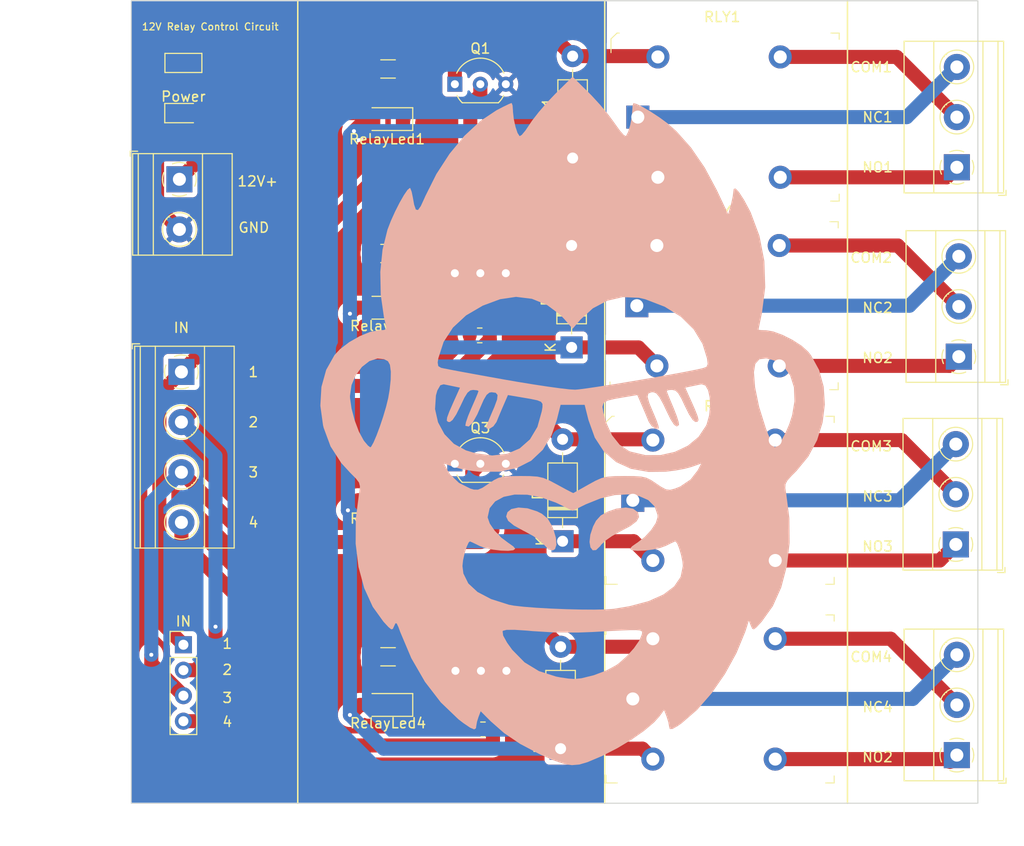
<source format=kicad_pcb>
(kicad_pcb (version 20221018) (generator pcbnew)
  (layers (0 "F.Cu" signal) (31 "B.Cu" signal) (34 "B.Paste" user) (35 "F.Paste" user) (36 "B.SilkS" user "B.Silkscreen") (37 "F.SilkS" user "F.Silkscreen") (38 "B.Mask" user) (39 "F.Mask" user) (44 "Edge.Cuts" user))
  (net 0 "")
  (net 1 "12V")
  (net 2 "Net-(D1-A)")
  (net 3 "Net-(J1-Pin_2)")
  (net 4 "GND")
  (net 5 "Net-(J2-Pin_1)")
  (net 6 "Net-(J2-Pin_2)")
  (net 7 "Net-(J2-Pin_3)")
  (net 8 "Net-(PowerLed1-K)")
  (net 9 "Net-(Q1-B)")
  (net 10 "Net-(RelayLed1-K)")
  (net 11 "Net-(D2-A)")
  (net 12 "Net-(D3-A)")
  (net 13 "Net-(D4-A)")
  (net 14 "RLY1")
  (net 15 "RLY2")
  (net 16 "RLY3")
  (net 17 "RLY4")
  (net 18 "Net-(J1-Pin_1)")
  (net 19 "Net-(J1-Pin_3)")
  (net 20 "Net-(J3-Pin_1)")
  (net 21 "Net-(J3-Pin_2)")
  (net 22 "Net-(J3-Pin_3)")
  (net 23 "Net-(J4-Pin_1)")
  (net 24 "Net-(J4-Pin_2)")
  (net 25 "Net-(J4-Pin_3)")
  (net 26 "Net-(Q2-B)")
  (net 27 "Net-(Q3-B)")
  (net 28 "Net-(Q4-B)")
  (net 29 "Net-(RelayLed2-K)")
  (net 30 "Net-(RelayLed3-K)")
  (net 31 "Net-(RelayLed4-K)")
  (footprint "TerminalBlock_Phoenix:TerminalBlock_Phoenix_MKDS-1,5-4_1x04_P5.00mm_Horizontal" (layer "F.Cu") (at 45 147.2 -90)
    (fp_text reference "IN" (at -4.4 0 180) (layer "F.SilkS"))
    (fp_text value "Screw_Terminal_01x04" hide)
    (pad "1" thru_hole rect (at 0 0 270) (size 2.6 2.6) (drill 1.3) (layers "*.Cu" "*.Mask") (net 14 "RLY1"))
    (pad "2" thru_hole circle (at 5 0 270) (size 2.6 2.6) (drill 1.3) (layers "*.Cu" "*.Mask") (net 15 "RLY2"))
    (pad "3" thru_hole circle (at 10 0 270) (size 2.6 2.6) (drill 1.3) (layers "*.Cu" "*.Mask") (net 16 "RLY3"))
    (pad "4" thru_hole circle (at 15 0 270) (size 2.6 2.6) (drill 1.3) (layers "*.Cu" "*.Mask") (net 17 "RLY4"))
  )
  (footprint "Resistor_SMD:R_1206_3216Metric_Pad1.30x1.75mm_HandSolder" (layer "F.Cu") (at 65.6 117 180)
    (fp_text reference "Rly1" hide)
    (fp_text value "R")
    (pad "1" smd roundrect (at -1.55 0 180) (size 1.3 1.75) (layers "F.Cu" "F.Paste" "F.Mask") (roundrect_rratio 0.1923076923) (net 10 "Net-(RelayLed1-K)"))
    (pad "2" smd roundrect (at 1.55 0 180) (size 1.3 1.75) (layers "F.Cu" "F.Paste" "F.Mask") (roundrect_rratio 0.1923076923) (net 2 "Net-(D1-A)"))
  )
  (footprint "digikey-footprints:Relay_THT_G5LE-14" (layer "F.Cu") (at 90.4 140.6)
    (fp_text reference "RLY8" hide)
    (fp_text value "G5LE-14_DC12")
    (pad "1" thru_hole rect (at 0 0) (size 2.3 2.3) (drill 1.3) (layers "*.Cu" "*.Mask") (net 7 "Net-(J2-Pin_3)"))
    (pad "2" thru_hole circle (at 2 6) (size 2.3 2.3) (drill 1.3) (layers "*.Cu" "*.Mask") (net 1 "12V"))
    (pad "3" thru_hole circle (at 14.2 6) (size 2.3 2.3) (drill 1.3) (layers "*.Cu" "*.Mask") (net 5 "Net-(J2-Pin_1)"))
    (pad "4" thru_hole circle (at 14.2 -6) (size 2.3 2.3) (drill 1.3) (layers "*.Cu" "*.Mask") (net 6 "Net-(J2-Pin_2)"))
    (pad "5" thru_hole circle (at 2 -6) (size 2.3 2.3) (drill 1.3) (layers "*.Cu" "*.Mask") (net 13 "Net-(D4-A)"))
  )
  (footprint "Package_TO_SOT_THT:TO-92_Inline_Wide" (layer "F.Cu") (at 72.32 177)
    (fp_text reference "Q4" (at 2.54 -3.56) (layer "F.SilkS"))
    (fp_text value "BC548")
    (pad "1" thru_hole rect (at 0 0) (size 1.5 1.5) (drill 0.8) (layers "*.Cu" "*.Mask") (net 12 "Net-(D3-A)"))
    (pad "2" thru_hole circle (at 2.54 0) (size 1.5 1.5) (drill 0.8) (layers "*.Cu" "*.Mask") (net 28 "Net-(Q4-B)"))
    (pad "3" thru_hole circle (at 5.08 0) (size 1.5 1.5) (drill 0.8) (layers "*.Cu" "*.Mask") (net 4 "GND"))
  )
  (footprint "LED_SMD:LED_1206_3216Metric_Pad1.42x1.75mm_HandSolder" (layer "F.Cu") (at 65.6 140.8 180)
    (fp_text reference "RelayLed2" (at 0 -1.82) (layer "F.SilkS"))
    (fp_text value "LED")
    (pad "1" smd roundrect (at -1.4875 0 180) (size 1.425 1.75) (layers "F.Cu" "F.Paste" "F.Mask") (roundrect_rratio 0.1754392982) (net 29 "Net-(RelayLed2-K)"))
    (pad "2" smd roundrect (at 1.4875 0 180) (size 1.425 1.75) (layers "F.Cu" "F.Paste" "F.Mask") (roundrect_rratio 0.1754392982) (net 1 "12V"))
  )
  (footprint "LED_SMD:LED_0805_2012Metric_Pad1.15x1.40mm_HandSolder" (layer "F.Cu") (at 45.2 121.4)
    (fp_text reference "Power" (at 0 -1.65) (layer "F.SilkS"))
    (fp_text value "LED")
    (pad "1" smd roundrect (at -1.025 0) (size 1.15 1.4) (layers "F.Cu" "F.Paste" "F.Mask") (roundrect_rratio 0.2173913043) (net 8 "Net-(PowerLed1-K)"))
    (pad "2" smd roundrect (at 1.025 0) (size 1.15 1.4) (layers "F.Cu" "F.Paste" "F.Mask") (roundrect_rratio 0.2173913043) (net 1 "12V"))
  )
  (footprint "digikey-footprints:Relay_THT_G5LE-14" (layer "F.Cu") (at 90 160)
    (fp_text reference "RLY5" hide)
    (fp_text value "G5LE-14_DC12")
    (pad "1" thru_hole rect (at 0 0) (size 2.3 2.3) (drill 1.3) (layers "*.Cu" "*.Mask") (net 22 "Net-(J3-Pin_3)"))
    (pad "2" thru_hole circle (at 2 6) (size 2.3 2.3) (drill 1.3) (layers "*.Cu" "*.Mask") (net 1 "12V"))
    (pad "3" thru_hole circle (at 14.2 6) (size 2.3 2.3) (drill 1.3) (layers "*.Cu" "*.Mask") (net 20 "Net-(J3-Pin_1)"))
    (pad "4" thru_hole circle (at 14.2 -6) (size 2.3 2.3) (drill 1.3) (layers "*.Cu" "*.Mask") (net 21 "Net-(J3-Pin_2)"))
    (pad "5" thru_hole circle (at 2 -6) (size 2.3 2.3) (drill 1.3) (layers "*.Cu" "*.Mask") (net 11 "Net-(D2-A)"))
  )
  (footprint "LED_SMD:LED_1206_3216Metric_Pad1.42x1.75mm_HandSolder" (layer "F.Cu") (at 65.6 160 180)
    (fp_text reference "RelayLed3" (at 0 -1.82) (layer "F.SilkS"))
    (fp_text value "LED" hide)
    (pad "1" smd roundrect (at -1.4875 0 180) (size 1.425 1.75) (layers "F.Cu" "F.Paste" "F.Mask") (roundrect_rratio 0.1754392982) (net 30 "Net-(RelayLed3-K)"))
    (pad "2" smd roundrect (at 1.4875 0 180) (size 1.425 1.75) (layers "F.Cu" "F.Paste" "F.Mask") (roundrect_rratio 0.1754392982) (net 1 "12V"))
  )
  (footprint "TerminalBlock_Phoenix:TerminalBlock_Phoenix_MKDS-1,5-2_1x02_P5.00mm_Horizontal" (layer "F.Cu") (at 44.8 128 -90)
    (fp_text reference "12V+" (at 0.2 -7.8 180) (layer "F.SilkS"))
    (fp_text value "Screw_Terminal_01x02" hide)
    (pad "1" thru_hole rect (at 0 0 270) (size 2.6 2.6) (drill 1.3) (layers "*.Cu" "*.Mask") (net 1 "12V"))
    (pad "2" thru_hole circle (at 5 0 270) (size 2.6 2.6) (drill 1.3) (layers "*.Cu" "*.Mask") (net 4 "GND"))
  )
  (footprint "Resistor_SMD:R_0805_2012Metric_Pad1.20x1.40mm_HandSolder" (layer "F.Cu") (at 74.8 124.96 180)
    (fp_text reference "R1" hide)
    (fp_text value "1K")
    (pad "1" smd roundrect (at -1 0 180) (size 1.2 1.4) (layers "F.Cu" "F.Paste" "F.Mask") (roundrect_rratio 0.2083333333) (net 14 "RLY1"))
    (pad "2" smd roundrect (at 1 0 180) (size 1.2 1.4) (layers "F.Cu" "F.Paste" "F.Mask") (roundrect_rratio 0.2083333333) (net 9 "Net-(Q1-B)"))
  )
  (footprint "Diode_THT:D_DO-41_SOD81_P10.16mm_Horizontal" (layer "F.Cu") (at 83 164.08 90)
    (fp_text reference "D3" (at 5.08 -2.47 90) (layer "F.SilkS"))
    (fp_text value "1N4007")
    (fp_text user "K" (at 0 -2.1 90) (layer "F.SilkS"))
    (pad "1" thru_hole rect (at 0 0 90) (size 2.2 2.2) (drill 1.1) (layers "*.Cu" "*.Mask") (net 1 "12V"))
    (pad "2" thru_hole oval (at 10.16 0 90) (size 2.2 2.2) (drill 1.1) (layers "*.Cu" "*.Mask") (net 11 "Net-(D2-A)"))
  )
  (footprint "TerminalBlock_Phoenix:TerminalBlock_Phoenix_MKDS-1,5-3_1x03_P5.00mm_Horizontal" (layer "F.Cu") (at 122.2 164.4 90)
    (fp_text reference "NO1" hide)
    (fp_text value "Screw_Terminal_01x03")
    (pad "1" thru_hole rect (at 0 0 90) (size 2.6 2.6) (drill 1.3) (layers "*.Cu" "*.Mask") (net 20 "Net-(J3-Pin_1)"))
    (pad "2" thru_hole circle (at 5 0 90) (size 2.6 2.6) (drill 1.3) (layers "*.Cu" "*.Mask") (net 21 "Net-(J3-Pin_2)"))
    (pad "3" thru_hole circle (at 10 0 90) (size 2.6 2.6) (drill 1.3) (layers "*.Cu" "*.Mask") (net 22 "Net-(J3-Pin_3)"))
  )
  (footprint "digikey-footprints:Relay_THT_G5LE-14" (layer "F.Cu") (at 90 179.8)
    (fp_text reference "RLY7" hide)
    (fp_text value "G5LE-14_DC12")
    (pad "1" thru_hole rect (at 0 0) (size 2.3 2.3) (drill 1.3) (layers "*.Cu" "*.Mask") (net 25 "Net-(J4-Pin_3)"))
    (pad "2" thru_hole circle (at 2 6) (size 2.3 2.3) (drill 1.3) (layers "*.Cu" "*.Mask") (net 1 "12V"))
    (pad "3" thru_hole circle (at 14.2 6) (size 2.3 2.3) (drill 1.3) (layers "*.Cu" "*.Mask") (net 23 "Net-(J4-Pin_1)"))
    (pad "4" thru_hole circle (at 14.2 -6) (size 2.3 2.3) (drill 1.3) (layers "*.Cu" "*.Mask") (net 24 "Net-(J4-Pin_2)"))
    (pad "5" thru_hole circle (at 2 -6) (size 2.3 2.3) (drill 1.3) (layers "*.Cu" "*.Mask") (net 12 "Net-(D3-A)"))
  )
  (footprint "Diode_THT:D_DO-41_SOD81_P10.16mm_Horizontal" (layer "F.Cu") (at 84 125.88 90)
    (fp_text reference "D1" (at 5.08 -2.47 90) (layer "F.SilkS"))
    (fp_text value "1N4007")
    (fp_text user "K" (at 0 -2.1 90) (layer "F.SilkS"))
    (pad "1" thru_hole rect (at 0 0 90) (size 2.2 2.2) (drill 1.1) (layers "*.Cu" "*.Mask") (net 1 "12V"))
    (pad "2" thru_hole oval (at 10.16 0 90) (size 2.2 2.2) (drill 1.1) (layers "*.Cu" "*.Mask") (net 2 "Net-(D1-A)"))
  )
  (footprint "Resistor_SMD:R_0805_2012Metric_Pad1.20x1.40mm_HandSolder" (layer "F.Cu") (at 74.74 143.56 180)
    (fp_text reference "R4" hide)
    (fp_text value "1K")
    (pad "1" smd roundrect (at -1 0 180) (size 1.2 1.4) (layers "F.Cu" "F.Paste" "F.Mask") (roundrect_rratio 0.2083333333) (net 15 "RLY2"))
    (pad "2" smd roundrect (at 1 0 180) (size 1.2 1.4) (layers "F.Cu" "F.Paste" "F.Mask") (roundrect_rratio 0.2083333333) (net 26 "Net-(Q2-B)"))
  )
  (footprint "LED_SMD:LED_1206_3216Metric_Pad1.42x1.75mm_HandSolder" (layer "F.Cu") (at 65.6 180.4 180)
    (fp_text reference "RelayLed4" (at 0 -1.82) (layer "F.SilkS"))
    (fp_text value "LED")
    (pad "1" smd roundrect (at -1.4875 0 180) (size 1.425 1.75) (layers "F.Cu" "F.Paste" "F.Mask") (roundrect_rratio 0.1754392982) (net 31 "Net-(RelayLed4-K)"))
    (pad "2" smd roundrect (at 1.4875 0 180) (size 1.425 1.75) (layers "F.Cu" "F.Paste" "F.Mask") (roundrect_rratio 0.1754392982) (net 1 "12V"))
  )
  (footprint "PCM_Resistor_SMD_AKL:R_0805_2012Metric_Pad1.20x1.40mm_HandSolder" (layer "F.Cu") (at 45.2 116.4)
    (fp_text reference "Rp1" hide)
    (fp_text value "R")
    (pad "1" smd roundrect (at -1 0) (size 1.2 1.4) (layers "F.Cu" "F.Paste" "F.Mask") (roundrect_rratio 0.2083333333) (net 8 "Net-(PowerLed1-K)"))
    (pad "2" smd roundrect (at 1 0) (size 1.2 1.4) (layers "F.Cu" "F.Paste" "F.Mask") (roundrect_rratio 0.2083333333) (net 4 "GND"))
  )
  (footprint "TerminalBlock_Phoenix:TerminalBlock_Phoenix_MKDS-1,5-3_1x03_P5.00mm_Horizontal" (layer "F.Cu") (at 122.5 145.68 90)
    (fp_text reference "J2" hide)
    (fp_text value "Screw_Terminal_01x03")
    (pad "1" thru_hole rect (at 0 0 90) (size 2.6 2.6) (drill 1.3) (layers "*.Cu" "*.Mask") (net 5 "Net-(J2-Pin_1)"))
    (pad "2" thru_hole circle (at 5 0 90) (size 2.6 2.6) (drill 1.3) (layers "*.Cu" "*.Mask") (net 6 "Net-(J2-Pin_2)"))
    (pad "3" thru_hole circle (at 10 0 90) (size 2.6 2.6) (drill 1.3) (layers "*.Cu" "*.Mask") (net 7 "Net-(J2-Pin_3)"))
  )
  (footprint "Resistor_SMD:R_1206_3216Metric_Pad1.30x1.75mm_HandSolder" (layer "F.Cu") (at 65.6 155.48 180)
    (fp_text reference "Rly3" hide)
    (fp_text value "R")
    (pad "1" smd roundrect (at -1.55 0 180) (size 1.3 1.75) (layers "F.Cu" "F.Paste" "F.Mask") (roundrect_rratio 0.1923076923) (net 30 "Net-(RelayLed3-K)"))
    (pad "2" smd roundrect (at 1.55 0 180) (size 1.3 1.75) (layers "F.Cu" "F.Paste" "F.Mask") (roundrect_rratio 0.1923076923) (net 11 "Net-(D2-A)"))
  )
  (footprint "TerminalBlock_Phoenix:TerminalBlock_Phoenix_MKDS-1,5-3_1x03_P5.00mm_Horizontal" (layer "F.Cu") (at 122.305 126.8 90)
    (fp_text reference "J1" hide)
    (fp_text value "Screw_Terminal_01x03")
    (pad "1" thru_hole rect (at 0 0 90) (size 2.6 2.6) (drill 1.3) (layers "*.Cu" "*.Mask") (net 18 "Net-(J1-Pin_1)"))
    (pad "2" thru_hole circle (at 5 0 90) (size 2.6 2.6) (drill 1.3) (layers "*.Cu" "*.Mask") (net 3 "Net-(J1-Pin_2)"))
    (pad "3" thru_hole circle (at 10 0 90) (size 2.6 2.6) (drill 1.3) (layers "*.Cu" "*.Mask") (net 19 "Net-(J1-Pin_3)"))
  )
  (footprint "Resistor_SMD:R_1206_3216Metric_Pad1.30x1.75mm_HandSolder" (layer "F.Cu") (at 65.6 175.6 180)
    (fp_text reference "Rly4" hide)
    (fp_text value "R")
    (pad "1" smd roundrect (at -1.55 0 180) (size 1.3 1.75) (layers "F.Cu" "F.Paste" "F.Mask") (roundrect_rratio 0.1923076923) (net 31 "Net-(RelayLed4-K)"))
    (pad "2" smd roundrect (at 1.55 0 180) (size 1.3 1.75) (layers "F.Cu" "F.Paste" "F.Mask") (roundrect_rratio 0.1923076923) (net 12 "Net-(D3-A)"))
  )
  (footprint "Resistor_SMD:R_0805_2012Metric_Pad1.20x1.40mm_HandSolder" (layer "F.Cu") (at 75 162.56 180)
    (fp_text reference "R2" hide)
    (fp_text value "1K")
    (pad "1" smd roundrect (at -1 0 180) (size 1.2 1.4) (layers "F.Cu" "F.Paste" "F.Mask") (roundrect_rratio 0.2083333333) (net 16 "RLY3"))
    (pad "2" smd roundrect (at 1 0 180) (size 1.2 1.4) (layers "F.Cu" "F.Paste" "F.Mask") (roundrect_rratio 0.2083333333) (net 27 "Net-(Q3-B)"))
  )
  (footprint "LED_SMD:LED_1206_3216Metric_Pad1.42x1.75mm_HandSolder" (layer "F.Cu") (at 65.6 122 180)
    (fp_text reference "RelayLed1" (at 0.1 -2) (layer "F.SilkS"))
    (fp_text value "LED" hide)
    (pad "1" smd roundrect (at -1.4875 0 180) (size 1.425 1.75) (layers "F.Cu" "F.Paste" "F.Mask") (roundrect_rratio 0.1754392982) (net 10 "Net-(RelayLed1-K)"))
    (pad "2" smd roundrect (at 1.4875 0 180) (size 1.425 1.75) (layers "F.Cu" "F.Paste" "F.Mask") (roundrect_rratio 0.1754392982) (net 1 "12V"))
  )
  (footprint "TerminalBlock_Phoenix:TerminalBlock_Phoenix_MKDS-1,5-3_1x03_P5.00mm_Horizontal" (layer "F.Cu") (at 122.305 185.4 90)
    (fp_text reference "J4" hide)
    (fp_text value "Screw_Terminal_01x03")
    (pad "1" thru_hole rect (at 0 0 90) (size 2.6 2.6) (drill 1.3) (layers "*.Cu" "*.Mask") (net 23 "Net-(J4-Pin_1)"))
    (pad "2" thru_hole circle (at 5 0 90) (size 2.6 2.6) (drill 1.3) (layers "*.Cu" "*.Mask") (net 24 "Net-(J4-Pin_2)"))
    (pad "3" thru_hole circle (at 10 0 90) (size 2.6 2.6) (drill 1.3) (layers "*.Cu" "*.Mask") (net 25 "Net-(J4-Pin_3)"))
  )
  (footprint "Connector_PinHeader_2.54mm:PinHeader_1x04_P2.54mm_Vertical" (layer "F.Cu") (at 45.2 174.4)
    (fp_text reference "IN" (at 0 -2.33) (layer "F.SilkS"))
    (fp_text value "Screw_Terminal_01x04" hide)
    (pad "1" thru_hole rect (at 0 0) (size 1.7 1.7) (drill 1) (layers "*.Cu" "*.Mask") (net 14 "RLY1"))
    (pad "2" thru_hole oval (at 0 2.54) (size 1.7 1.7) (drill 1) (layers "*.Cu" "*.Mask") (net 15 "RLY2"))
    (pad "3" thru_hole oval (at 0 5.08) (size 1.7 1.7) (drill 1) (layers "*.Cu" "*.Mask") (net 16 "RLY3"))
    (pad "4" thru_hole oval (at 0 7.62) (size 1.7 1.7) (drill 1) (layers "*.Cu" "*.Mask") (net 17 "RLY4"))
  )
  (footprint "Diode_THT:D_DO-41_SOD81_P10.16mm_Horizontal" (layer "F.Cu") (at 83.9 144.76 90)
    (fp_text reference "D2" (at 5.08 -2.47 90) (layer "F.SilkS"))
    (fp_text value "1N4007")
    (fp_text user "K" (at 0 -2.1 90) (layer "F.SilkS"))
    (pad "1" thru_hole rect (at 0 0 90) (size 2.2 2.2) (drill 1.1) (layers "*.Cu" "*.Mask") (net 1 "12V"))
    (pad "2" thru_hole oval (at 10.16 0 90) (size 2.2 2.2) (drill 1.1) (layers "*.Cu" "*.Mask") (net 13 "Net-(D4-A)"))
  )
  (footprint "Resistor_SMD:R_0805_2012Metric_Pad1.20x1.40mm_HandSolder" (layer "F.Cu") (at 75.06 182.84 180)
    (fp_text reference "R3" hide)
    (fp_text value "1K")
    (pad "1" smd roundrect (at -1 0 180) (size 1.2 1.4) (layers "F.Cu" "F.Paste" "F.Mask") (roundrect_rratio 0.2083333333) (net 17 "RLY4"))
    (pad "2" smd roundrect (at 1 0 180) (size 1.2 1.4) (layers "F.Cu" "F.Paste" "F.Mask") (roundrect_rratio 0.2083333333) (net 28 "Net-(Q4-B)"))
  )
  (footprint "Package_TO_SOT_THT:TO-92_Inline_Wide" (layer "F.Cu") (at 72.26 137.36)
    (fp_text reference "Q2" (at 2.54 -3.56) (layer "F.SilkS"))
    (fp_text value "BC548")
    (pad "1" thru_hole rect (at 0 0) (size 1.5 1.5) (drill 0.8) (layers "*.Cu" "*.Mask") (net 13 "Net-(D4-A)"))
    (pad "2" thru_hole circle (at 2.54 0) (size 1.5 1.5) (drill 0.8) (layers "*.Cu" "*.Mask") (net 26 "Net-(Q2-B)"))
    (pad "3" thru_hole circle (at 5.08 0) (size 1.5 1.5) (drill 0.8) (layers "*.Cu" "*.Mask") (net 4 "GND"))
  )
  (footprint "Resistor_SMD:R_1206_3216Metric_Pad1.30x1.75mm_HandSolder" (layer "F.Cu") (at 65.6 135.4 180)
    (fp_text reference "Rly2" hide)
    (fp_text value "R")
    (pad "1" smd roundrect (at -1.55 0 180) (size 1.3 1.75) (layers "F.Cu" "F.Paste" "F.Mask") (roundrect_rratio 0.1923076923) (net 29 "Net-(RelayLed2-K)"))
    (pad "2" smd roundrect (at 1.55 0 180) (size 1.3 1.75) (layers "F.Cu" "F.Paste" "F.Mask") (roundrect_rratio 0.1923076923) (net 13 "Net-(D4-A)"))
  )
  (footprint "digikey-footprints:Relay_THT_G5LE-14" (layer "F.Cu") (at 90.5 121.8)
    (fp_text reference "RLY6" hide)
    (fp_text value "G5LE-14_DC12")
    (pad "1" thru_hole rect (at 0 0) (size 2.3 2.3) (drill 1.3) (layers "*.Cu" "*.Mask") (net 19 "Net-(J1-Pin_3)"))
    (pad "2" thru_hole circle (at 2 6) (size 2.3 2.3) (drill 1.3) (layers "*.Cu" "*.Mask") (net 1 "12V"))
    (pad "3" thru_hole circle (at 14.2 6) (size 2.3 2.3) (drill 1.3) (layers "*.Cu" "*.Mask") (net 18 "Net-(J1-Pin_1)"))
    (pad "4" thru_hole circle (at 14.2 -6) (size 2.3 2.3) (drill 1.3) (layers "*.Cu" "*.Mask") (net 3 "Net-(J1-Pin_2)"))
    (pad "5" thru_hole circle (at 2 -6) (size 2.3 2.3) (drill 1.3) (layers "*.Cu" "*.Mask") (net 2 "Net-(D1-A)"))
  )
  (footprint "Package_TO_SOT_THT:TO-92_Inline_Wide" (layer "F.Cu") (at 72.26 156.36)
    (fp_text reference "Q3" (at 2.54 -3.56) (layer "F.SilkS"))
    (fp_text value "BC548")
    (pad "1" thru_hole rect (at 0 0) (size 1.5 1.5) (drill 0.8) (layers "*.Cu" "*.Mask") (net 11 "Net-(D2-A)"))
    (pad "2" thru_hole circle (at 2.54 0) (size 1.5 1.5) (drill 0.8) (layers "*.Cu" "*.Mask") (net 27 "Net-(Q3-B)"))
    (pad "3" thru_hole circle (at 5.08 0) (size 1.5 1.5) (drill 0.8) (layers "*.Cu" "*.Mask") (net 4 "GND"))
  )
  (footprint "Package_TO_SOT_THT:TO-92_Inline_Wide" (layer "F.Cu") (at 72.26 118.52)
    (fp_text reference "Q1" (at 2.54 -3.56) (layer "F.SilkS"))
    (fp_text value "BC548")
    (pad "1" thru_hole rect (at 0 0) (size 1.5 1.5) (drill 0.8) (layers "*.Cu" "*.Mask") (net 2 "Net-(D1-A)"))
    (pad "2" thru_hole circle (at 2.54 0) (size 1.5 1.5) (drill 0.8) (layers "*.Cu" "*.Mask") (net 9 "Net-(Q1-B)"))
    (pad "3" thru_hole circle (at 5.08 0) (size 1.5 1.5) (drill 0.8) (layers "*.Cu" "*.Mask") (net 4 "GND"))
  )
  (footprint "Diode_THT:D_DO-41_SOD81_P10.16mm_Horizontal" (layer "F.Cu") (at 82.8 184.76 90)
    (fp_text reference "D4" (at 5.08 -2.47 90) (layer "F.SilkS"))
    (fp_text value "1N4007")
    (fp_text user "K" (at 0 -2.1 90) (layer "F.SilkS"))
    (pad "1" thru_hole rect (at 0 0 90) (size 2.2 2.2) (drill 1.1) (layers "*.Cu" "*.Mask") (net 1 "12V"))
    (pad "2" thru_hole oval (at 10.16 0 90) (size 2.2 2.2) (drill 1.1) (layers "*.Cu" "*.Mask") (net 12 "Net-(D3-A)"))
  )
  (footprint "LOGO" (layer "B.Cu") (at 84 152.2 180)
    (fp_text reference "G***" hide)
    (fp_text value "LOGO" hide)
  )
  (gr_line (start 111.4 110.2) (end 111.4 190.2) (stroke (width 0.15)) (layer "F.SilkS"))
  (gr_line (start 87.2 110.2) (end 87.2 190.2) (stroke (width 0.15)) (layer "F.SilkS"))
  (gr_line (start 56.6 110.2) (end 56.6 190.2) (stroke (width 0.15)) (layer "F.SilkS"))
  (gr_rect (start 40 110.2) (end 124.4 190.2) (stroke (width 0.1)) (fill none) (layer "Edge.Cuts"))
  (gr_text "NC1" (at 112.8 122.4) (layer "F.SilkS") (effects (font (size 1 1)) (justify left bottom)))
  (gr_text "NO3" (at 114.4 164.6) (layer "F.SilkS") (effects (font (size 1 1))))
  (gr_text "RLY4" (at 97.2 171) (layer "F.SilkS") (effects (font (size 1 1)) (justify left bottom)))
  (gr_text "NO2" (at 114.4 145.8) (layer "F.SilkS") (effects (font (size 1 1))))
  (gr_text "NO1\n" (at 114.4 126.8) (layer "F.SilkS") (effects (font (size 1 1))))
  (gr_text "COM2" (at 111.6 136.4) (layer "F.SilkS") (effects (font (size 1 1)) (justify left bottom)))
  (gr_text "4" (at 51.6 162.8) (layer "F.SilkS") (effects (font (size 1 1)) (justify left bottom)))
  (gr_text "NC2" (at 112.8 141.4) (layer "F.SilkS") (effects (font (size 1 1)) (justify left bottom)))
  (gr_text "3" (at 49 180.28) (layer "F.SilkS") (effects (font (size 1 1)) (justify left bottom)))
  (gr_text "4" (at 49 182.68) (layer "F.SilkS") (effects (font (size 1 1)) (justify left bottom)))
  (gr_text "GND" (at 50.6 133.4) (layer "F.SilkS") (effects (font (size 1 1)) (justify left bottom)))
  (gr_text "COM4\n" (at 111.6 176.2) (layer "F.SilkS") (effects (font (size 1 1)) (justify left bottom)))
  (gr_text "RLY1" (at 97 112.4) (layer "F.SilkS") (effects (font (size 1 1)) (justify left bottom)))
  (gr_text "NC3\n" (at 112.8 160.2) (layer "F.SilkS") (effects (font (size 1 1)) (justify left bottom)))
  (gr_text "2" (at 49 177.48) (layer "F.SilkS") (effects (font (size 1 1)) (justify left bottom)))
  (gr_text "12V Relay Control Circuit" (at 41 113.2) (layer "F.SilkS") (effects (font (size 0.7 0.7) (thickness 0.12) bold) (justify left bottom)))
  (gr_text "COM3" (at 111.6 155.2) (layer "F.SilkS") (effects (font (size 1 1)) (justify left bottom)))
  (gr_text "1" (at 49 174.88) (layer "F.SilkS") (effects (font (size 1 1)) (justify left bottom)))
  (gr_text "RLY2" (at 97 131.8) (layer "F.SilkS") (effects (font (size 1 1)) (justify left bottom)))
  (gr_text "1" (at 51.6 147.8) (layer "F.SilkS") (effects (font (size 1 1)) (justify left bottom)))
  (gr_text "COM1\n" (at 111.6 117.4) (layer "F.SilkS") (effects (font (size 1 1)) (justify left bottom)))
  (gr_text "NC4" (at 112.8 181.2) (layer "F.SilkS") (effects (font (size 1 1)) (justify left bottom)))
  (gr_text "2" (at 51.6 152.8) (layer "F.SilkS") (effects (font (size 1 1)) (justify left bottom)))
  (gr_text "NO2" (at 114.4 185.6) (layer "F.SilkS") (effects (font (size 1 1))))
  (gr_text "RLY3" (at 97 151.2) (layer "F.SilkS") (effects (font (size 1 1)) (justify left bottom)))
  (gr_text "3" (at 51.6 157.8) (layer "F.SilkS") (effects (font (size 1 1)) (justify left bottom)))
  (segment (start 83.9 144.76) (end 90.56 144.76) (width 1.4) (layer "F.Cu") (net 1))
  (segment (start 90.56 144.76) (end 92.4 146.6) (width 1.4) (layer "F.Cu") (net 1))
  (segment (start 90.08 164.08) (end 92 166) (width 1.4) (layer "F.Cu") (net 1))
  (segment (start 90.58 125.88) (end 92.5 127.8) (width 1.4) (layer "F.Cu") (net 1))
  (segment (start 83 164.08) (end 90.08 164.08) (width 1.4) (layer "F.Cu") (net 1))
  (segment (start 64.1125 180.4) (end 62.8 180.4) (width 1.4) (layer "F.Cu") (net 1))
  (segment (start 46.225 126.575) (end 46.225 121.4) (width 1.4) (layer "F.Cu") (net 1))
  (segment (start 82.8 184.76) (end 90.96 184.76) (width 1.4) (layer "F.Cu") (net 1))
  (segment (start 63.4 122) (end 62.2 123.2) (width 1.4) (layer "F.Cu") (net 1))
  (segment (start 63.5125 121.4) (end 64.1125 122) (width 1.4) (layer "F.Cu") (net 1))
  (segment (start 90.96 184.76) (end 92 185.8) (width 1.4) (layer "F.Cu") (net 1))
  (segment (start 44.8 128) (end 46.225 126.575) (width 1.4) (layer "F.Cu") (net 1))
  (segment (start 62.6 160) (end 61.6 161) (width 1.4) (layer "F.Cu") (net 1))
  (segment (start 64.1125 160) (end 62.6 160) (width 1.4) (layer "F.Cu") (net 1))
  (segment (start 84 125.88) (end 90.58 125.88) (width 1.4) (layer "F.Cu") (net 1))
  (segment (start 64.1125 140.8) (end 62.4 140.8) (width 1.4) (layer "F.Cu") (net 1))
  (segment (start 62.8 180.4) (end 61.8 181.4) (width 1.4) (layer "F.Cu") (net 1))
  (segment (start 46.225 121.4) (end 63.5125 121.4) (width 1.4) (layer "F.Cu") (net 1))
  (segment (start 64.1125 122) (end 63.4 122) (width 1.4) (layer "F.Cu") (net 1))
  (segment (start 62.4 140.8) (end 61.8 141.4) (width 1.4) (layer "F.Cu") (net 1))
  (via (at 61.6 161) (size 0.8) (drill 0.4) (layers "F.Cu" "B.Cu") (net 1))
  (via (at 61.8 181.4) (size 0.8) (drill 0.4) (layers "F.Cu" "B.Cu") (net 1))
  (via (at 61.8 141.4) (size 0.8) (drill 0.4) (layers "F.Cu" "B.Cu") (net 1))
  (via (at 62.2 123.2) (size 0.8) (drill 0.4) (layers "F.Cu" "B.Cu") (net 1))
  (segment (start 61.8 123.6) (end 62.2 123.2) (width 1.4) (layer "B.Cu") (net 1))
  (segment (start 61.8 144.72) (end 61.84 144.76) (width 1.4) (layer "B.Cu") (net 1))
  (segment (start 62.2 123.2) (end 82.4 123.2) (width 1.4) (layer "B.Cu") (net 1))
  (segment (start 61.8 161.2) (end 61.6 161) (width 1.4) (layer "B.Cu") (net 1))
  (segment (start 61.8 181.4) (end 61.8 161.2) (width 1.4) (layer "B.Cu") (net 1))
  (segment (start 64.68 164.08) (end 83 164.08) (width 1.4) (layer "B.Cu") (net 1))
  (segment (start 61.8 141.4) (end 61.8 144.72) (width 1.4) (layer "B.Cu") (net 1))
  (segment (start 61.6 145) (end 61.6 161) (width 1.4) (layer "B.Cu") (net 1))
  (segment (start 82.4 123.2) (end 84 124.8) (width 1.4) (layer "B.Cu") (net 1))
  (segment (start 61.84 144.76) (end 61.6 145) (width 1.4) (layer "B.Cu") (net 1))
  (segment (start 84 124.8) (end 84 125.88) (width 1.4) (layer "B.Cu") (net 1))
  (segment (start 65.16 144.76) (end 61.84 144.76) (width 1.4) (layer "B.Cu") (net 1))
  (segment (start 61.8 141.4) (end 61.8 123.6) (width 1.4) (layer "B.Cu") (net 1))
  (segment (start 61.8 181.4) (end 65.16 184.76) (width 1.4) (layer "B.Cu") (net 1))
  (segment (start 61.6 161) (end 64.68 164.08) (width 1.4) (layer "B.Cu") (net 1))
  (segment (start 65.16 184.76) (end 82.8 184.76) (width 1.4) (layer "B.Cu") (net 1))
  (segment (start 65.16 144.76) (end 83.9 144.76) (width 1.4) (layer "B.Cu") (net 1))
  (segment (start 69.8 114.4) (end 72.26 116.86) (width 1.4) (layer "F.Cu") (net 2))
  (segment (start 66.2 114.85) (end 64.05 117) (width 1.4) (layer "F.Cu") (net 2))
  (segment (start 66.2 114.8) (end 66.2 114.85) (width 1.4) (layer "F.Cu") (net 2))
  (segment (start 66.6 114.4) (end 66.2 114.8) (width 1.4) (layer "F.Cu") (net 2))
  (segment (start 84 115.72) (end 82.68 114.4) (width 1.4) (layer "F.Cu") (net 2))
  (segment (start 67.425 114.4) (end 69.8 114.4) (width 1.4) (layer "F.Cu") (net 2))
  (segment (start 84 115.72) (end 92.42 115.72) (width 1.4) (layer "F.Cu") (net 2))
  (segment (start 67.425 114.4) (end 66.6 114.4) (width 1.4) (layer "F.Cu") (net 2))
  (segment (start 72.26 116.86) (end 72.26 118.52) (width 1.4) (layer "F.Cu") (net 2))
  (segment (start 82.68 114.4) (end 67.425 114.4) (width 1.4) (layer "F.Cu") (net 2))
  (segment (start 92.42 115.72) (end 92.5 115.8) (width 1.4) (layer "F.Cu") (net 2))
  (segment (start 104.7 115.8) (end 116.305 115.8) (width 1.4) (layer "F.Cu") (net 3))
  (segment (start 116.305 115.8) (end 122.305 121.8) (width 1.4) (layer "F.Cu") (net 3))
  (segment (start 42.575 130.775) (end 44.8 133) (width 1.4) (layer "F.Cu") (net 4))
  (segment (start 45.026346 114.8) (end 43.1 114.8) (width 1.4) (layer "F.Cu") (net 4))
  (segment (start 42.575 115.325) (end 42.575 130.775) (width 1.4) (layer "F.Cu") (net 4))
  (segment (start 46.2 116.4) (end 46.2 115.973654) (width 1.4) (layer "F.Cu") (net 4))
  (segment (start 43.1 114.8) (end 42.575 115.325) (width 1.4) (layer "F.Cu") (net 4))
  (segment (start 46.2 115.973654) (end 45.026346 114.8) (width 1.4) (layer "F.Cu") (net 4))
  (segment (start 104.6 146.6) (end 121.58 146.6) (width 1.4) (layer "F.Cu") (net 5))
  (segment (start 121.58 146.6) (end 122.5 145.68) (width 1.4) (layer "F.Cu") (net 5))
  (segment (start 116.42 134.6) (end 122.5 140.68) (width 1.4) (layer "F.Cu") (net 6))
  (segment (start 104.6 134.6) (end 116.42 134.6) (width 1.4) (layer "F.Cu") (net 6))
  (segment (start 117.58 140.6) (end 122.5 135.68) (width 1.4) (layer "B.Cu") (net 7))
  (segment (start 90.4 140.6) (end 117.58 140.6) (width 1.4) (layer "B.Cu") (net 7))
  (segment (start 44.2 121.375) (end 44.175 121.4) (width 1.4) (layer "F.Cu") (net 8))
  (segment (start 44.2 116.4) (end 44.2 121.375) (width 1.4) (layer "F.Cu") (net 8))
  (segment (start 74.8 119.58066) (end 73.8 120.58066) (width 1.4) (layer "F.Cu") (net 9))
  (segment (start 73.8 120.58066) (end 73.8 124.96) (width 1.4) (layer "F.Cu") (net 9))
  (segment (start 74.8 118.52) (end 74.8 119.58066) (width 1.4) (layer "F.Cu") (net 9))
  (segment (start 67.15 117) (end 67.15 121.9375) (width 1.4) (layer "F.Cu") (net 10))
  (segment (start 67.15 121.9375) (end 67.0875 122) (width 1.4) (layer "F.Cu") (net 10))
  (segment (start 67.73 151.8) (end 69.71 151.8) (width 1.4) (layer "F.Cu") (net 11))
  (segment (start 69.71 151.8) (end 69.71 151.91) (width 1.4) (layer "F.Cu") (net 11))
  (segment (start 69.71 151.8) (end 80.88 151.8) (width 1.4) (layer "F.Cu") (net 11))
  (segment (start 72.26 154.46) (end 72.26 156.36) (width 1.4) (layer "F.Cu") (net 11))
  (segment (start 83 153.92) (end 91.92 153.92) (width 1.4) (layer "F.Cu") (net 11))
  (segment (start 91.92 153.92) (end 92 154) (width 1.4) (layer "F.Cu") (net 11))
  (segment (start 64.05 155.48) (end 67.73 151.8) (width 1.4) (layer "F.Cu") (net 11))
  (segment (start 80.88 151.8) (end 83 153.92) (width 1.4) (layer "F.Cu") (net 11))
  (segment (start 69.71 151.91) (end 72.26 154.46) (width 1.4) (layer "F.Cu") (net 11))
  (segment (start 72.32 174.52) (end 72.32 177) (width 1.4) (layer "F.Cu") (net 12))
  (segment (start 82.8 174.6) (end 91.2 174.6) (width 1.4) (layer "F.Cu") (net 12))
  (segment (start 91.2 174.6) (end 92 173.8) (width 1.4) (layer "F.Cu") (net 12))
  (segment (start 80.2 172) (end 67.65 172) (width 1.4) (layer "F.Cu") (net 12))
  (segment (start 82.8 174.6) (end 80.2 172) (width 1.4) (layer "F.Cu") (net 12))
  (segment (start 67.65 172) (end 69.8 172) (width 1.4) (layer "F.Cu") (net 12))
  (segment (start 64.05 175.6) (end 65.825 173.825) (width 1.4) (layer "F.Cu") (net 12))
  (segment (start 69.8 172) (end 72.32 174.52) (width 1.4) (layer "F.Cu") (net 12))
  (segment (start 67.65 172) (end 65.825 173.825) (width 1.4) (layer "F.Cu") (net 12))
  (segment (start 66.85 132.6) (end 69.4 132.6) (width 1.4) (layer "F.Cu") (net 13))
  (segment (start 64.05 135.4) (end 65.825 133.625) (width 1.4) (layer "F.Cu") (net 13))
  (segment (start 83.9 134.6) (end 92.4 134.6) (width 1.4) (layer "F.Cu") (net 13))
  (segment (start 69.4 132.6) (end 72.26 135.46) (width 1.4) (layer "F.Cu") (net 13))
  (segment (start 81.9 132.6) (end 83.9 134.6) (width 1.4) (layer "F.Cu") (net 13))
  (segment (start 72.26 135.46) (end 72.26 137.36) (width 1.4) (layer "F.Cu") (net 13))
  (segment (start 65.825 133.625) (end 66.85 132.6) (width 1.4) (layer "F.Cu") (net 13))
  (segment (start 66.85 132.6) (end 81.9 132.6) (width 1.4) (layer "F.Cu") (net 13))
  (segment (start 73.948604 127.237742) (end 75.8 125.386346) (width 1.4) (layer "F.Cu") (net 14))
  (segment (start 45 147.2) (end 64.962258 127.237742) (width 1.4) (layer "F.Cu") (net 14))
  (segment (start 45 147.2) (end 42.8 149.4) (width 1.4) (layer "F.Cu") (net 14))
  (segment (start 42.8 172) (end 45.2 174.4) (width 1.4) (layer "F.Cu") (net 14))
  (segment (start 42.8 149.4) (end 42.8 172) (width 1.4) (layer "F.Cu") (net 14))
  (segment (start 75.8 125.386346) (end 75.8 124.96) (width 1.4) (layer "F.Cu") (net 14))
  (segment (start 64.962258 127.237742) (end 73.948604 127.237742) (width 1.4) (layer "F.Cu") (net 14))
  (segment (start 48.6 148.6) (end 71.126346 148.6) (width 1.4) (layer "F.Cu") (net 15))
  (segment (start 75.74 143.986346) (end 75.74 143.56) (width 1.4) (layer "F.Cu") (net 15))
  (segment (start 45 152.2) (end 48.6 148.6) (width 1.4) (layer "F.Cu") (net 15))
  (segment (start 45.2 176.94) (end 46.402081 176.94) (width 1.4) (layer "F.Cu") (net 15))
  (segment (start 46.402081 176.94) (end 48.4 174.942081) (width 1.4) (layer "F.Cu") (net 15))
  (segment (start 48.4 174.942081) (end 48.4 172.6) (width 1.4) (layer "F.Cu") (net 15))
  (segment (start 71.126346 148.6) (end 75.74 143.986346) (width 1.4) (layer "F.Cu") (net 15))
  (via (at 48.4 172.6) (size 0.8) (drill 0.4) (layers "F.Cu" "B.Cu") (net 15))
  (segment (start 48.4 172.6) (end 48.4 155.6) (width 1.4) (layer "B.Cu") (net 15))
  (segment (start 48.4 155.6) (end 45 152.2) (width 1.4) (layer "B.Cu") (net 15))
  (segment (start 45.2 179.48) (end 42 176.28) (width 1.4) (layer "F.Cu") (net 16))
  (segment (start 74.826346 164.16) (end 76 162.986346) (width 1.4) (layer "F.Cu") (net 16))
  (segment (start 42 176.28) (end 42 175.4) (width 1.4) (layer "F.Cu") (net 16))
  (segment (start 51.96 164.16) (end 74.826346 164.16) (width 1.4) (layer "F.Cu") (net 16))
  (segment (start 76 162.986346) (end 76 162.56) (width 1.4) (layer "F.Cu") (net 16))
  (segment (start 45 157.2) (end 51.96 164.16) (width 1.4) (layer "F.Cu") (net 16))
  (via (at 42 175.4) (size 0.8) (drill 0.4) (layers "F.Cu" "B.Cu") (net 16))
  (segment (start 42 160.2) (end 45 157.2) (width 1.4) (layer "B.Cu") (net 16))
  (segment (start 42 175.4) (end 42 160.2) (width 1.4) (layer "B.Cu") (net 16))
  (segment (start 75.96 184.44) (end 76.06 184.34) (width 1.4) (layer "F.Cu") (net 17))
  (segment (start 58.2 177.238477) (end 58.2 183.6) (width 1.4) (layer "F.Cu") (net 17))
  (segment (start 45 162.2) (end 45 164.038477) (width 1.4) (layer "F.Cu") (net 17))
  (segment (start 45.2 182.02) (end 56.62 182.02) (width 1.4) (layer "F.Cu") (net 17))
  (segment (start 56.62 182.02) (end 59.04 184.44) (width 1.4) (layer "F.Cu") (net 17))
  (segment (start 58.2 183.6) (end 59.04 184.44) (width 1.4) (layer "F.Cu") (net 17))
  (segment (start 76.06 184.34) (end 76.06 182.84) (width 1.4) (layer "F.Cu") (net 17))
  (segment (start 45 164.038477) (end 58.2 177.238477) (width 1.4) (layer "F.Cu") (net 17))
  (segment (start 59.04 184.44) (end 75.96 184.44) (width 1.4) (layer "F.Cu") (net 17))
  (segment (start 121.305 127.8) (end 122.305 126.8) (width 1.4) (layer "F.Cu") (net 18))
  (segment (start 104.7 127.8) (end 121.305 127.8) (width 1.4) (layer "F.Cu") (net 18))
  (segment (start 122.305 116.8) (end 117.305 121.8) (width 1.4) (layer "B.Cu") (net 19))
  (segment (start 117.305 121.8) (end 90.5 121.8) (width 1.4) (layer "B.Cu") (net 19))
  (segment (start 120.6 166) (end 122.2 164.4) (width 1.4) (layer "F.Cu") (net 20))
  (segment (start 104.2 166) (end 120.6 166) (width 1.4) (layer "F.Cu") (net 20))
  (segment (start 116.8 154) (end 122.2 159.4) (width 1.4) (layer "F.Cu") (net 21))
  (segment (start 104.2 154) (end 116.8 154) (width 1.4) (layer "F.Cu") (net 21))
  (segment (start 116.6 160) (end 122.2 154.4) (width 1.4) (layer "B.Cu") (net 22))
  (segment (start 90 160) (end 116.6 160) (width 1.4) (layer "B.Cu") (net 22))
  (segment (start 104.2 185.8) (end 121.905 185.8) (width 1.4) (layer "F.Cu") (net 23))
  (segment (start 121.905 185.8) (end 122.305 185.4) (width 1.4) (layer "F.Cu") (net 23))
  (segment (start 121.625 186.08) (end 122.305 185.4) (width 1.4) (layer "F.Cu") (net 23))
  (segment (start 104.2 173.8) (end 115.705 173.8) (width 1.4) (layer "F.Cu") (net 24))
  (segment (start 115.705 173.8) (end 122.305 180.4) (width 1.4) (layer "F.Cu") (net 24))
  (segment (start 117.905 179.8) (end 122.305 175.4) (width 1.4) (layer "B.Cu") (net 25))
  (segment (start 90 179.8) (end 117.905 179.8) (width 1.4) (layer "B.Cu") (net 25))
  (segment (start 74.8 138.42066) (end 73.74 139.48066) (width 1.4) (layer "F.Cu") (net 26))
  (segment (start 73.74 139.48066) (end 73.74 143.56) (width 1.4) (layer "F.Cu") (net 26))
  (segment (start 74.8 137.36) (end 74.8 138.42066) (width 1.4) (layer "F.Cu") (net 26))
  (segment (start 74.8 156.36) (end 74 157.16) (width 1.4) (layer "F.Cu") (net 27))
  (segment (start 74 157.16) (end 74 162.56) (width 1.4) (layer "F.Cu") (net 27))
  (segment (start 74.86 177) (end 74.06 177.8) (width 1.4) (layer "F.Cu") (net 28))
  (segment (start 74.06 177.8) (end 74.06 182.84) (width 1.4) (layer "F.Cu") (net 28))
  (segment (start 67.15 135.4) (end 67.15 140.7375) (width 1.4) (layer "F.Cu") (net 29))
  (segment (start 67.15 140.7375) (end 67.0875 140.8) (width 1.4) (layer "F.Cu") (net 29))
  (segment (start 67.15 159.9375) (end 67.0875 160) (width 1.4) (layer "F.Cu") (net 30))
  (segment (start 67.15 155.48) (end 67.15 159.9375) (width 1.4) (layer "F.Cu") (net 30))
  (segment (start 67.15 180.3375) (end 67.0875 180.4) (width 1.4) (layer "F.Cu") (net 31))
  (segment (start 67.15 175.6) (end 67.15 180.3375) (width 1.4) (layer "F.Cu") (net 31))
  (zone (net 4) (net_name "GND") (layers "F&B.Cu") (connect_pads (clearance 0.5)) (min_thickness 0.25) (fill yes (thermal_gap 0.5) (thermal_bridge_width 0.5))
    (polygon (pts (xy 87.4 110.2) (xy 40 110.2) (xy 40 190.2) (xy 87.2 190.2)))
  )
)
</source>
